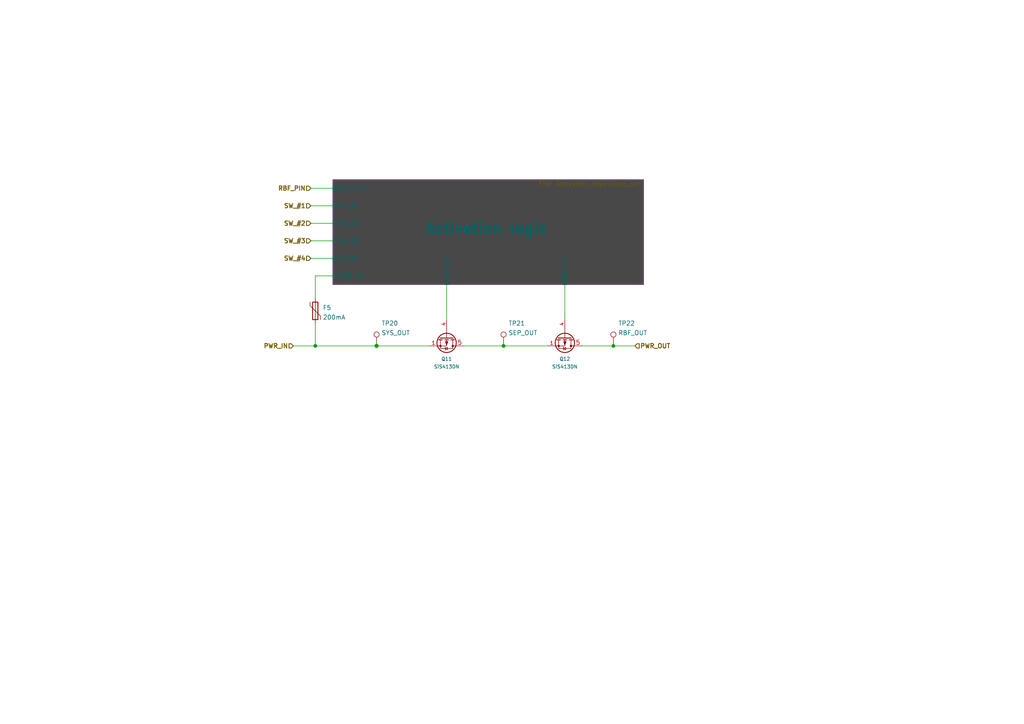
<source format=kicad_sch>
(kicad_sch (version 20210621) (generator eeschema)
  (paper "A4")
  (title_block (title "BUTCube - EPS") (date "2021-06-01") (rev "v1.0") (company "VUT - FIT(STRaDe) & FME(IAE & IPE)") (comment 1 "Author: Petr Malaník"))
  (lib_symbols
    (symbol "Connector:TestPoint" (pin_numbers hide) (pin_names (offset 0.762) hide)
      (property "Reference" "TP" (at 0 6.858 0))
      (property "Value" "TestPoint" (at 0 5.08 0))
      (symbol "TestPoint_0_1"
        (circle (center 0 3.302) (radius 0.762))
      )
      (symbol "TestPoint_1_1"
        (pin passive line (at 0 0 90) (length 2.54) (name "1") (number "1"))
      )
    )
    (symbol "Device:Polyfuse" (pin_numbers hide) (pin_names (offset 0))
      (property "Reference" "F" (at -2.54 0 90))
      (property "Value" "Polyfuse" (at 2.54 0 90))
      (symbol "Polyfuse_0_1"
        (rectangle (start -0.762 2.54) (end 0.762 -2.54) (stroke (width 0.254)))
        (polyline (pts (xy 0 2.54) (xy 0 -2.54)))
        (polyline (pts (xy -1.524 2.54) (xy -1.524 1.524) (xy 1.524 -1.524) (xy 1.524 -2.54)))
      )
      (symbol "Polyfuse_1_1"
        (pin passive line (at 0 3.81 270) (length 1.27) (name "~") (number "1"))
        (pin passive line (at 0 -3.81 90) (length 1.27) (name "~") (number "2"))
      )
    )
    (symbol "TCY_transistors:SiS413DN" (pin_names hide)
      (property "Reference" "Q" (at 8.89 2.54 0))
      (property "Value" "SiS413DN" (at 8.89 0 0))
      (symbol "SiS413DN_0_1"
        (circle (center -0.889 0) (radius 2.794) (stroke (width 0.254)))
        (circle (center 0 -1.778) (radius 0.254) (fill (type outline)))
        (circle (center 0 1.778) (radius 0.254) (fill (type outline)))
        (polyline (pts (xy -2.286 0) (xy -5.08 0)))
        (polyline (pts (xy -2.286 1.905) (xy -2.286 -1.905)) (stroke (width 0.254)))
        (polyline (pts (xy -1.778 -1.27) (xy -1.778 -2.286)) (stroke (width 0.254)))
        (polyline (pts (xy -1.778 0.508) (xy -1.778 -0.508)) (stroke (width 0.254)))
        (polyline (pts (xy -1.778 2.286) (xy -1.778 1.27)) (stroke (width 0.254)))
        (polyline (pts (xy 0 2.54) (xy 0 1.778)))
        (polyline (pts (xy 0 -2.54) (xy 0 0) (xy -1.778 0)))
        (polyline (pts (xy -1.778 1.778) (xy 0.762 1.778) (xy 0.762 -1.778) (xy -1.778 -1.778)))
        (polyline (pts (xy 0.254 -0.508) (xy 0.381 -0.381) (xy 1.143 -0.381) (xy 1.27 -0.254)))
        (polyline (pts (xy 0.762 -0.381) (xy 0.381 0.254) (xy 1.143 0.254) (xy 0.762 -0.381)))
        (polyline (pts (xy -0.254 0) (xy -1.27 0.381) (xy -1.27 -0.381) (xy -0.254 0)) (fill (type outline)))
      )
      (symbol "SiS413DN_1_1"
        (pin passive line (at 0 -5.08 90) (length 2.54) (name "S") (number "1"))
        (pin passive line (at 0 -5.08 90) (length 2.54) hide (name "S") (number "2"))
        (pin passive line (at 0 -5.08 90) (length 2.54) hide (name "S") (number "3"))
        (pin passive line (at -7.62 0 0) (length 2.54) (name "G") (number "4"))
        (pin passive line (at 0 5.08 270) (length 2.54) (name "D") (number "5"))
        (pin passive line (at 0 5.08 270) (length 2.54) hide (name "D") (number "6"))
        (pin passive line (at 0 5.08 270) (length 2.54) hide (name "D") (number "7"))
        (pin passive line (at 0 5.08 270) (length 2.54) hide (name "D") (number "8"))
        (pin passive line (at 0 5.08 270) (length 2.54) hide (name "D") (number "9"))
      )
    )
  )
  (junction (at 91.44 100.33) (diameter 0.9144))
  (junction (at 109.22 100.33) (diameter 1.016))
  (junction (at 146.05 100.33) (diameter 0.9144))
  (junction (at 177.9026 100.33) (diameter 0.9144))
  (wire (pts (xy 85.09 100.33) (xy 91.44 100.33)))
  (wire (pts (xy 90.17 54.61) (xy 96.52 54.61)))
  (wire (pts (xy 90.17 59.69) (xy 96.52 59.69)))
  (wire (pts (xy 90.17 64.77) (xy 96.52 64.77)))
  (wire (pts (xy 90.17 69.85) (xy 96.52 69.85)))
  (wire (pts (xy 90.17 74.93) (xy 96.52 74.93)))
  (wire (pts (xy 91.44 80.01) (xy 91.44 86.36)))
  (wire (pts (xy 91.44 93.98) (xy 91.44 100.33)))
  (wire (pts (xy 91.44 100.33) (xy 109.22 100.33)))
  (wire (pts (xy 96.52 80.01) (xy 91.44 80.01)))
  (wire (pts (xy 109.22 100.33) (xy 124.46 100.33)))
  (wire (pts (xy 129.54 82.55) (xy 129.54 92.71)))
  (wire (pts (xy 134.62 100.33) (xy 146.05 100.33)))
  (wire (pts (xy 146.05 100.33) (xy 158.75 100.33)))
  (wire (pts (xy 163.83 82.55) (xy 163.83 92.71)))
  (wire (pts (xy 168.91 100.33) (xy 177.9026 100.33)))
  (wire (pts (xy 177.9026 100.33) (xy 184.15 100.33)))
  (hierarchical_label "PWR_IN" (shape input) (at 85.09 100.33 180) (effects (font (thickness 0.254))))
  (hierarchical_label "RBF_PIN" (shape input) (at 90.17 54.61 180) (effects (font (thickness 0.254))))
  (hierarchical_label "SW_#1" (shape input) (at 90.17 59.69 180) (effects (font (thickness 0.254))))
  (hierarchical_label "SW_#2" (shape input) (at 90.17 64.77 180) (effects (font (thickness 0.254))))
  (hierarchical_label "SW_#3" (shape input) (at 90.17 69.85 180) (effects (font (thickness 0.254))))
  (hierarchical_label "SW_#4" (shape input) (at 90.17 74.93 180) (effects (font (thickness 0.254))))
  (hierarchical_label "PWR_OUT" (shape input) (at 184.15 100.33 0) (effects (font (thickness 0.254))))
  (symbol (lib_id "Connector:TestPoint") (at 109.22 100.33 0)
    (property "Reference" "TP20" (at 110.6171 93.77 0) (effects (justify left)))
    (property "Value" "SYS_OUT" (at 110.6171 96.5451 0) (effects (justify left)))
    (property "Footprint" "TCY_connectors:TestPoint_Pad_D0.5mm" (effects hide))
  )
  (symbol (lib_id "Connector:TestPoint") (at 146.05 100.33 0)
    (property "Reference" "TP21" (at 147.4471 93.77 0) (effects (justify left)))
    (property "Value" "SEP_OUT" (at 147.4471 96.5451 0) (effects (justify left)))
    (property "Footprint" "TCY_connectors:TestPoint_Pad_D0.5mm" (effects hide))
  )
  (symbol (lib_id "Connector:TestPoint") (at 177.9026 100.33 0)
    (property "Reference" "TP22" (at 179.2997 93.77 0) (effects (justify left)))
    (property "Value" "RBF_OUT" (at 179.2997 96.5451 0) (effects (justify left)))
    (property "Footprint" "TCY_connectors:TestPoint_Pad_D0.5mm" (effects hide))
  )
  (symbol (lib_id "Device:Polyfuse") (at 91.44 90.17 0)
    (property "Reference" "F5" (at 93.5991 89.2615 0) (effects (justify left)))
    (property "Value" "200mA" (at 93.5991 92.0366 0) (effects (justify left)))
  )
  (symbol (lib_id "TCY_transistors:SiS413DN") (at 129.54 100.33 270)
    (property "Reference" "Q11" (at 129.54 104.1166 90) (effects (font (size 1 1))))
    (property "Value" "SiS413DN" (at 129.54 106.3556 90) (effects (font (size 1 1))))
    (property "Footprint" "Package_SO:Vishay_PowerPAK_1212-8_Single" (effects hide))
    (property "Datasheet" "https://www.vishay.com/docs/63262/sis413dn.pdf" (effects hide))
  )
  (symbol (lib_id "TCY_transistors:SiS413DN") (at 163.83 100.33 270)
    (property "Reference" "Q12" (at 163.83 104.1166 90) (effects (font (size 1 1))))
    (property "Value" "SiS413DN" (at 163.83 106.3556 90) (effects (font (size 1 1))))
    (property "Footprint" "Package_SO:Vishay_PowerPAK_1212-8_Single" (effects hide))
    (property "Datasheet" "https://www.vishay.com/docs/63262/sis413dn.pdf" (effects hide))
  )
  (sheet (at 96.52 52.07) (size 90.17 30.48) (stroke (width 0.001) (color 132 0 132 1)) (fill (color 72 72 72 1.0000))
    (property "Sheet name" "Activation logic" (at 123.19 67.9441 0) (effects (font (size 3 3) bold) (justify left bottom)))
    (property "Sheet file" "Activation_logic.kicad_sch" (at 156.21 52.5789 0) (effects (justify left top)))
    (pin "SW_#1" input (at 96.52 59.69 180))
    (pin "SW_#2" input (at 96.52 64.77 180))
    (pin "SW_#3" input (at 96.52 69.85 180))
    (pin "SW_#4" input (at 96.52 74.93 180))
    (pin "SEP_EN" input (at 129.54 82.55 270))
    (pin "PWR_IN" input (at 96.52 80.01 180))
    (pin "RBF_PIN" input (at 96.52 54.61 180))
    (pin "RBF_EN" input (at 163.83 82.55 270))
  )
)
</source>
